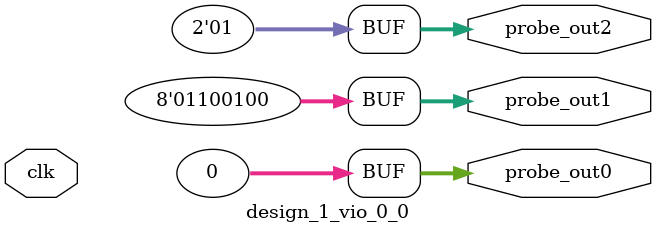
<source format=v>
`timescale 1ns / 1ps
module design_1_vio_0_0 (
clk,

probe_out0,
probe_out1,
probe_out2
);

input clk;

output reg [31 : 0] probe_out0 = 'h00000000 ;
output reg [7 : 0] probe_out1 = 'h64 ;
output reg [1 : 0] probe_out2 = 'h1 ;


endmodule

</source>
